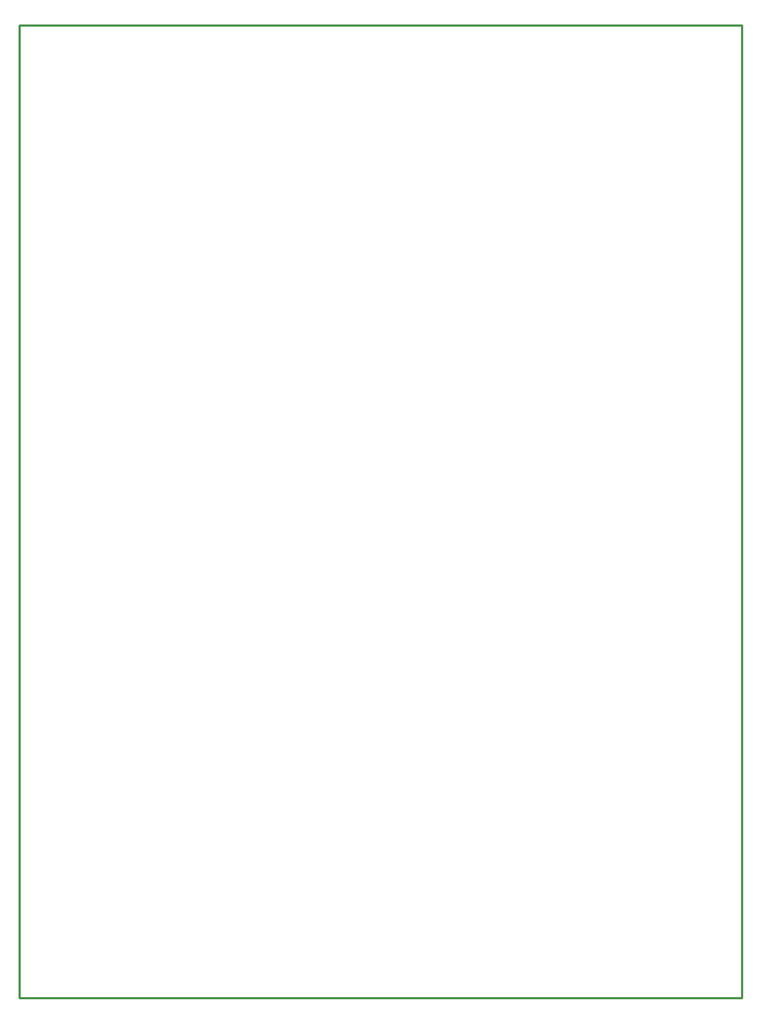
<source format=gko>
%FSLAX23Y23*%
%MOIN*%
G70*
G01*
G75*
%ADD10C,0.024*%
%ADD11C,0.012*%
%ADD12C,0.010*%
%ADD13C,0.064*%
%ADD14C,0.060*%
%ADD15C,0.100*%
%ADD16R,0.100X0.100*%
%ADD17O,0.200X0.130*%
%ADD18C,0.079*%
%ADD19R,0.062X0.062*%
%ADD20C,0.062*%
%ADD21C,0.050*%
%ADD22C,0.070*%
%ADD23C,0.080*%
%ADD24C,0.040*%
%ADD25C,0.200*%
%ADD26C,0.225*%
%ADD27C,0.008*%
%ADD28C,0.006*%
%ADD29C,0.072*%
%ADD30C,0.068*%
%ADD31C,0.108*%
%ADD32R,0.108X0.108*%
%ADD33O,0.208X0.138*%
%ADD34C,0.087*%
%ADD35R,0.070X0.070*%
%ADD36C,0.058*%
%ADD37C,0.078*%
%ADD38C,0.088*%
%ADD39C,0.048*%
%ADD40C,0.208*%
%ADD41C,0.233*%
D12*
X7453Y6284D02*
Y10659D01*
Y6284D02*
Y6334D01*
Y6284D02*
Y6334D01*
Y6284D02*
X10703D01*
Y10659D01*
X7453D02*
X10703D01*
M02*

</source>
